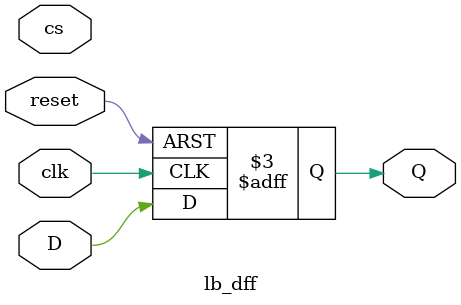
<source format=v>
`timescale 1ps / 100fs
module lb_dff(
    input D, 		//Data input
    input clk, 		//Clock 
    input reset	,	//Reset
	input cs,
	output reg Q 	//Data output
    );

always @ (posedge clk, negedge reset) 	
	//if(!cs) begin
		if(!reset)
			Q <= 1'b0;
		else 
			Q <= D;
	//end
endmodule



</source>
